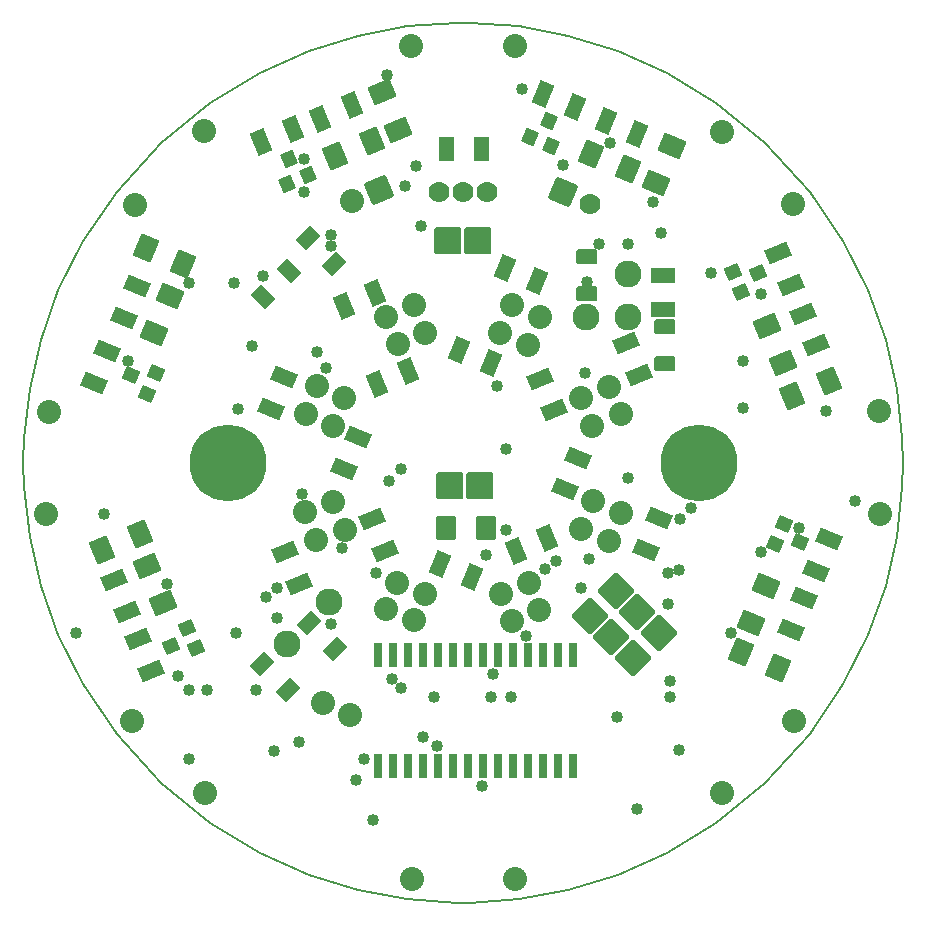
<source format=gbr>
G04 PROTEUS RS274X GERBER FILE*
%FSLAX45Y45*%
%MOMM*%
G01*
%ADD44C,1.016000*%
%AMPPAD058*
4,1,4,
-0.304800,-1.003300,
0.304800,-1.003300,
0.304800,1.003300,
-0.304800,1.003300,
-0.304800,-1.003300,
0*%
%ADD64PPAD058*%
%ADD20C,2.032000*%
%AMPPAD059*
4,1,4,
-0.695660,0.975470,
-1.181670,-0.197860,
0.695660,-0.975470,
1.181670,0.197860,
-0.695660,0.975470,
0*%
%ADD65PPAD059*%
%AMPPAD060*
4,1,4,
0.197860,1.181670,
-0.975470,0.695660,
-0.197860,-1.181670,
0.975470,-0.695660,
0.197860,1.181670,
0*%
%ADD66PPAD060*%
%AMPPAD061*
4,1,4,
0.975470,0.695660,
-0.197860,1.181670,
-0.975470,-0.695660,
0.197860,-1.181670,
0.975470,0.695660,
0*%
%ADD67PPAD061*%
%AMPPAD062*
4,1,4,
1.181670,-0.197860,
0.695660,0.975470,
-1.181670,0.197860,
-0.695660,-0.975470,
1.181670,-0.197860,
0*%
%ADD68PPAD062*%
%ADD12C,1.778000*%
%AMPPAD063*
4,1,36,
0.416560,-0.653670,
0.756770,0.167660,
0.764370,0.192620,
0.766840,0.217590,
0.764430,0.241960,
0.757400,0.265130,
0.745990,0.286480,
0.730460,0.305410,
0.711060,0.321320,
0.688030,0.333590,
-0.250630,0.722400,
-0.275590,0.730000,
-0.300550,0.732470,
-0.324920,0.730060,
-0.348090,0.723040,
-0.369440,0.711630,
-0.388380,0.696090,
-0.404290,0.676690,
-0.416560,0.653670,
-0.756770,-0.167660,
-0.764370,-0.192620,
-0.766840,-0.217590,
-0.764430,-0.241960,
-0.757400,-0.265130,
-0.745990,-0.286480,
-0.730460,-0.305410,
-0.711060,-0.321320,
-0.688030,-0.333590,
0.250630,-0.722400,
0.275590,-0.730000,
0.300550,-0.732470,
0.324920,-0.730060,
0.348090,-0.723040,
0.369440,-0.711630,
0.388380,-0.696090,
0.404290,-0.676690,
0.416560,-0.653670,
0*%
%ADD69PPAD063*%
%AMPPAD064*
4,1,36,
0.671360,-1.034140,
1.205970,0.256520,
1.213570,0.281480,
1.216040,0.306450,
1.213630,0.330830,
1.206600,0.353990,
1.195190,0.375340,
1.179660,0.394280,
1.160260,0.410180,
1.137230,0.422460,
-0.505420,1.102870,
-0.530390,1.110470,
-0.555350,1.112940,
-0.579720,1.110530,
-0.602890,1.103500,
-0.624240,1.092100,
-0.643180,1.076560,
-0.659080,1.057160,
-0.671360,1.034140,
-1.205970,-0.256520,
-1.213570,-0.281480,
-1.216040,-0.306450,
-1.213630,-0.330830,
-1.206600,-0.353990,
-1.195190,-0.375340,
-1.179660,-0.394280,
-1.160260,-0.410180,
-1.137230,-0.422460,
0.505420,-1.102870,
0.530390,-1.110470,
0.555350,-1.112940,
0.579720,-1.110530,
0.602890,-1.103500,
0.624240,-1.092100,
0.643180,-1.076560,
0.659080,-1.057160,
0.671360,-1.034140,
0*%
%ADD74PPAD064*%
%AMPPAD065*
4,1,36,
-0.167660,-0.756770,
0.653670,-0.416560,
0.676690,-0.404290,
0.696090,-0.388380,
0.711630,-0.369440,
0.723040,-0.348090,
0.730060,-0.324920,
0.732470,-0.300550,
0.730000,-0.275590,
0.722400,-0.250630,
0.333590,0.688030,
0.321320,0.711060,
0.305410,0.730460,
0.286480,0.745990,
0.265130,0.757400,
0.241960,0.764430,
0.217590,0.766840,
0.192620,0.764370,
0.167660,0.756770,
-0.653670,0.416560,
-0.676690,0.404290,
-0.696090,0.388380,
-0.711630,0.369440,
-0.723040,0.348090,
-0.730060,0.324920,
-0.732470,0.300550,
-0.730000,0.275590,
-0.722400,0.250630,
-0.333590,-0.688030,
-0.321320,-0.711060,
-0.305410,-0.730460,
-0.286480,-0.745990,
-0.265130,-0.757400,
-0.241960,-0.764430,
-0.217590,-0.766840,
-0.192620,-0.764370,
-0.167660,-0.756770,
0*%
%ADD75PPAD065*%
%AMPPAD066*
4,1,36,
-0.653670,-0.416560,
0.167660,-0.756770,
0.192620,-0.764370,
0.217590,-0.766840,
0.241960,-0.764430,
0.265130,-0.757400,
0.286480,-0.745990,
0.305410,-0.730460,
0.321320,-0.711060,
0.333590,-0.688030,
0.722400,0.250630,
0.730000,0.275590,
0.732470,0.300550,
0.730060,0.324920,
0.723040,0.348090,
0.711630,0.369440,
0.696090,0.388380,
0.676690,0.404290,
0.653670,0.416560,
-0.167660,0.756770,
-0.192620,0.764370,
-0.217590,0.766840,
-0.241960,0.764430,
-0.265130,0.757400,
-0.286480,0.745990,
-0.305410,0.730460,
-0.321320,0.711060,
-0.333590,0.688030,
-0.722400,-0.250630,
-0.730000,-0.275590,
-0.732470,-0.300550,
-0.730060,-0.324920,
-0.723040,-0.348090,
-0.711630,-0.369440,
-0.696090,-0.388380,
-0.676690,-0.404290,
-0.653670,-0.416560,
0*%
%ADD76PPAD066*%
%AMPPAD067*
4,1,36,
-0.756770,0.167660,
-0.416560,-0.653670,
-0.404290,-0.676690,
-0.388380,-0.696090,
-0.369440,-0.711630,
-0.348090,-0.723040,
-0.324920,-0.730060,
-0.300550,-0.732470,
-0.275590,-0.730000,
-0.250630,-0.722400,
0.688030,-0.333590,
0.711060,-0.321320,
0.730460,-0.305410,
0.745990,-0.286480,
0.757400,-0.265130,
0.764430,-0.241960,
0.766840,-0.217590,
0.764370,-0.192620,
0.756770,-0.167660,
0.416560,0.653670,
0.404290,0.676690,
0.388380,0.696090,
0.369440,0.711630,
0.348090,0.723040,
0.324920,0.730060,
0.300550,0.732470,
0.275590,0.730000,
0.250630,0.722400,
-0.688030,0.333590,
-0.711060,0.321320,
-0.730460,0.305410,
-0.745990,0.286480,
-0.757400,0.265130,
-0.764430,0.241960,
-0.766840,0.217590,
-0.764370,0.192620,
-0.756770,0.167660,
0*%
%ADD77PPAD067*%
%AMPPAD068*
4,1,36,
-0.256520,-1.205970,
1.034140,-0.671360,
1.057160,-0.659080,
1.076560,-0.643180,
1.092100,-0.624240,
1.103500,-0.602890,
1.110530,-0.579720,
1.112940,-0.555350,
1.110470,-0.530390,
1.102870,-0.505420,
0.422460,1.137230,
0.410180,1.160260,
0.394280,1.179660,
0.375340,1.195190,
0.353990,1.206600,
0.330830,1.213630,
0.306450,1.216040,
0.281480,1.213570,
0.256520,1.205970,
-1.034140,0.671360,
-1.057160,0.659080,
-1.076560,0.643180,
-1.092100,0.624240,
-1.103500,0.602890,
-1.110530,0.579720,
-1.112940,0.555350,
-1.110470,0.530390,
-1.102870,0.505420,
-0.422460,-1.137230,
-0.410180,-1.160260,
-0.394280,-1.179660,
-0.375340,-1.195190,
-0.353990,-1.206600,
-0.330830,-1.213630,
-0.306450,-1.216040,
-0.281480,-1.213570,
-0.256520,-1.205970,
0*%
%ADD78PPAD068*%
%AMPPAD069*
4,1,36,
-1.034140,-0.671360,
0.256520,-1.205970,
0.281480,-1.213570,
0.306450,-1.216040,
0.330830,-1.213630,
0.353990,-1.206600,
0.375340,-1.195190,
0.394280,-1.179660,
0.410180,-1.160260,
0.422460,-1.137230,
1.102870,0.505420,
1.110470,0.530390,
1.112940,0.555350,
1.110530,0.579720,
1.103500,0.602890,
1.092100,0.624240,
1.076560,0.643180,
1.057160,0.659080,
1.034140,0.671360,
-0.256520,1.205970,
-0.281480,1.213570,
-0.306450,1.216040,
-0.330830,1.213630,
-0.353990,1.206600,
-0.375340,1.195190,
-0.394280,1.179660,
-0.410180,1.160260,
-0.422460,1.137230,
-1.102870,-0.505420,
-1.110470,-0.530390,
-1.112940,-0.555350,
-1.110530,-0.579720,
-1.103500,-0.602890,
-1.092100,-0.624240,
-1.076560,-0.643180,
-1.057160,-0.659080,
-1.034140,-0.671360,
0*%
%ADD79PPAD069*%
%AMPPAD070*
4,1,36,
-1.205970,0.256520,
-0.671360,-1.034140,
-0.659080,-1.057160,
-0.643180,-1.076560,
-0.624240,-1.092100,
-0.602890,-1.103500,
-0.579720,-1.110530,
-0.555350,-1.112940,
-0.530390,-1.110470,
-0.505420,-1.102870,
1.137230,-0.422460,
1.160260,-0.410180,
1.179660,-0.394280,
1.195190,-0.375340,
1.206600,-0.353990,
1.213630,-0.330830,
1.216040,-0.306450,
1.213570,-0.281480,
1.205970,-0.256520,
0.671360,1.034140,
0.659080,1.057160,
0.643180,1.076560,
0.624240,1.092100,
0.602890,1.103500,
0.579720,1.110530,
0.555350,1.112940,
0.530390,1.110470,
0.505420,1.102870,
-1.137230,0.422460,
-1.160260,0.410180,
-1.179660,0.394280,
-1.195190,0.375340,
-1.206600,0.353990,
-1.213630,0.330830,
-1.216040,0.306450,
-1.213570,0.281480,
-1.205970,0.256520,
0*%
%ADD80PPAD070*%
%AMPPAD071*
4,1,4,
0.635000,1.016000,
-0.635000,1.016000,
-0.635000,-1.016000,
0.635000,-1.016000,
0.635000,1.016000,
0*%
%ADD81PPAD071*%
%AMPPAD043*
4,1,36,
-1.016000,1.143000,
1.016000,1.143000,
1.041970,1.140470,
1.065980,1.133200,
1.087580,1.121650,
1.106290,1.106290,
1.121650,1.087570,
1.133200,1.065980,
1.140470,1.041970,
1.143000,1.016000,
1.143000,-1.016000,
1.140470,-1.041970,
1.133200,-1.065980,
1.121650,-1.087570,
1.106290,-1.106290,
1.087580,-1.121650,
1.065980,-1.133200,
1.041970,-1.140470,
1.016000,-1.143000,
-1.016000,-1.143000,
-1.041970,-1.140470,
-1.065980,-1.133200,
-1.087580,-1.121650,
-1.106290,-1.106290,
-1.121650,-1.087570,
-1.133200,-1.065980,
-1.140470,-1.041970,
-1.143000,-1.016000,
-1.143000,1.016000,
-1.140470,1.041970,
-1.133200,1.065980,
-1.121650,1.087570,
-1.106290,1.106290,
-1.087580,1.121650,
-1.065980,1.133200,
-1.041970,1.140470,
-1.016000,1.143000,
0*%
%ADD49PPAD043*%
%AMPPAD044*
4,1,36,
0.089800,1.526640,
1.526640,0.089800,
1.543220,0.069650,
1.555060,0.047530,
1.562160,0.024090,
1.564530,0.000000,
1.562150,-0.024100,
1.555060,-0.047530,
1.543220,-0.069650,
1.526640,-0.089800,
0.089800,-1.526640,
0.069650,-1.543220,
0.047530,-1.555060,
0.024100,-1.562150,
0.000000,-1.564530,
-0.024090,-1.562160,
-0.047530,-1.555060,
-0.069650,-1.543220,
-0.089800,-1.526640,
-1.526640,-0.089800,
-1.543220,-0.069650,
-1.555060,-0.047530,
-1.562160,-0.024090,
-1.564530,0.000000,
-1.562150,0.024100,
-1.555060,0.047530,
-1.543220,0.069650,
-1.526640,0.089800,
-0.089800,1.526640,
-0.069650,1.543220,
-0.047530,1.555060,
-0.024100,1.562150,
0.000000,1.564530,
0.024090,1.562160,
0.047530,1.555060,
0.069650,1.543220,
0.089800,1.526640,
0*%
%ADD50PPAD044*%
%ADD51C,2.286000*%
%AMPPAD072*
4,1,36,
0.269410,-0.987830,
0.987830,-0.269410,
1.004400,-0.249260,
1.016240,-0.227140,
1.023350,-0.203700,
1.025710,-0.179610,
1.023340,-0.155510,
1.016240,-0.132070,
1.004400,-0.109960,
0.987830,-0.089800,
-0.089800,0.987830,
-0.109960,1.004400,
-0.132070,1.016240,
-0.155510,1.023340,
-0.179610,1.025710,
-0.203700,1.023350,
-0.227140,1.016240,
-0.249260,1.004400,
-0.269410,0.987830,
-0.987830,0.269410,
-1.004400,0.249260,
-1.016240,0.227140,
-1.023350,0.203700,
-1.025710,0.179610,
-1.023340,0.155510,
-1.016240,0.132070,
-1.004400,0.109960,
-0.987830,0.089800,
0.089800,-0.987830,
0.109960,-1.004400,
0.132070,-1.016240,
0.155510,-1.023340,
0.179610,-1.025710,
0.203700,-1.023350,
0.227140,-1.016240,
0.249260,-1.004400,
0.269410,-0.987830,
0*%
%ADD82PPAD072*%
%AMPPAD073*
4,1,36,
0.987830,0.269410,
0.269410,0.987830,
0.249260,1.004400,
0.227140,1.016240,
0.203700,1.023350,
0.179610,1.025710,
0.155510,1.023340,
0.132070,1.016240,
0.109960,1.004400,
0.089800,0.987830,
-0.987830,-0.089800,
-1.004400,-0.109960,
-1.016240,-0.132070,
-1.023340,-0.155510,
-1.025710,-0.179610,
-1.023350,-0.203700,
-1.016240,-0.227140,
-1.004400,-0.249260,
-0.987830,-0.269410,
-0.269410,-0.987830,
-0.249260,-1.004400,
-0.227140,-1.016240,
-0.203700,-1.023350,
-0.179610,-1.025710,
-0.155510,-1.023340,
-0.132070,-1.016240,
-0.109960,-1.004400,
-0.089800,-0.987830,
0.987830,0.089800,
1.004400,0.109960,
1.016240,0.132070,
1.023340,0.155510,
1.025710,0.179610,
1.023350,0.203700,
1.016240,0.227140,
1.004400,0.249260,
0.987830,0.269410,
0*%
%ADD83PPAD073*%
%AMPPAD050*
4,1,48,
-1.092800,-0.647060,
0.315190,-1.230270,
0.340070,-1.239190,
0.365100,-1.245470,
0.390140,-1.249190,
0.439640,-1.249200,
0.487330,-1.239700,
0.532010,-1.221190,
0.572440,-1.194190,
0.607440,-1.159180,
0.622520,-1.138850,
0.635770,-1.116700,
0.647060,-1.092800,
1.230270,0.315190,
1.239190,0.340070,
1.245470,0.365100,
1.249190,0.390140,
1.249190,0.439640,
1.239700,0.487320,
1.221200,0.532000,
1.194190,0.572450,
1.159180,0.607440,
1.138850,0.622520,
1.116700,0.635770,
1.092800,0.647060,
-0.315190,1.230270,
-0.340070,1.239190,
-0.365100,1.245470,
-0.390140,1.249190,
-0.439640,1.249200,
-0.487330,1.239700,
-0.532010,1.221190,
-0.572440,1.194190,
-0.607440,1.159180,
-0.622520,1.138850,
-0.635770,1.116700,
-0.647060,1.092800,
-1.230270,-0.315190,
-1.239190,-0.340070,
-1.245470,-0.365100,
-1.249190,-0.390140,
-1.249190,-0.439640,
-1.239700,-0.487320,
-1.221200,-0.532000,
-1.194190,-0.572450,
-1.159180,-0.607440,
-1.138850,-0.622520,
-1.116700,-0.635770,
-1.092800,-0.647060,
0*%
%ADD56PPAD050*%
%AMPPAD051*
4,1,48,
0.315190,1.230270,
-1.092800,0.647060,
-1.116700,0.635770,
-1.138850,0.622520,
-1.159180,0.607440,
-1.194190,0.572450,
-1.221200,0.532000,
-1.239700,0.487320,
-1.249190,0.439640,
-1.249190,0.390140,
-1.245470,0.365100,
-1.239190,0.340070,
-1.230270,0.315190,
-0.647060,-1.092800,
-0.635770,-1.116700,
-0.622520,-1.138850,
-0.607440,-1.159180,
-0.572440,-1.194190,
-0.532010,-1.221190,
-0.487330,-1.239700,
-0.439640,-1.249200,
-0.390140,-1.249190,
-0.365100,-1.245470,
-0.340070,-1.239190,
-0.315190,-1.230270,
1.092800,-0.647060,
1.116700,-0.635770,
1.138850,-0.622520,
1.159180,-0.607440,
1.194190,-0.572450,
1.221200,-0.532000,
1.239700,-0.487320,
1.249190,-0.439640,
1.249190,-0.390140,
1.245470,-0.365100,
1.239190,-0.340070,
1.230270,-0.315190,
0.647060,1.092800,
0.635770,1.116700,
0.622520,1.138850,
0.607440,1.159180,
0.572440,1.194190,
0.532010,1.221190,
0.487330,1.239700,
0.439640,1.249200,
0.390140,1.249190,
0.365100,1.245470,
0.340070,1.239190,
0.315190,1.230270,
0*%
%ADD57PPAD051*%
%AMPPAD074*
4,1,36,
-0.889000,0.508000,
-0.889000,-0.508000,
-0.886470,-0.533970,
-0.879200,-0.557980,
-0.867650,-0.579580,
-0.852290,-0.598290,
-0.833570,-0.613650,
-0.811980,-0.625200,
-0.787970,-0.632470,
-0.762000,-0.635000,
0.762000,-0.635000,
0.787970,-0.632470,
0.811980,-0.625200,
0.833570,-0.613650,
0.852290,-0.598290,
0.867650,-0.579580,
0.879200,-0.557980,
0.886470,-0.533970,
0.889000,-0.508000,
0.889000,0.508000,
0.886470,0.533970,
0.879200,0.557980,
0.867650,0.579580,
0.852290,0.598290,
0.833570,0.613650,
0.811980,0.625200,
0.787970,0.632470,
0.762000,0.635000,
-0.762000,0.635000,
-0.787970,0.632470,
-0.811980,0.625200,
-0.833570,0.613650,
-0.852290,0.598290,
-0.867650,0.579580,
-0.879200,0.557980,
-0.886470,0.533970,
-0.889000,0.508000,
0*%
%ADD84PPAD074*%
%AMPPAD075*
4,1,4,
1.016000,-0.635000,
1.016000,0.635000,
-1.016000,0.635000,
-1.016000,-0.635000,
1.016000,-0.635000,
0*%
%ADD85PPAD075*%
%AMPPAD076*
4,1,36,
0.698500,1.016000,
-0.698500,1.016000,
-0.724470,1.013470,
-0.748480,1.006200,
-0.770080,0.994650,
-0.788790,0.979290,
-0.804150,0.960570,
-0.815700,0.938980,
-0.822970,0.914970,
-0.825500,0.889000,
-0.825500,-0.889000,
-0.822970,-0.914970,
-0.815700,-0.938980,
-0.804150,-0.960570,
-0.788790,-0.979290,
-0.770080,-0.994650,
-0.748480,-1.006200,
-0.724470,-1.013470,
-0.698500,-1.016000,
0.698500,-1.016000,
0.724470,-1.013470,
0.748480,-1.006200,
0.770080,-0.994650,
0.788790,-0.979290,
0.804150,-0.960570,
0.815700,-0.938980,
0.822970,-0.914970,
0.825500,-0.889000,
0.825500,0.889000,
0.822970,0.914970,
0.815700,0.938980,
0.804150,0.960570,
0.788790,0.979290,
0.770080,0.994650,
0.748480,1.006200,
0.724470,1.013470,
0.698500,1.016000,
0*%
%ADD86PPAD076*%
%ADD63C,6.508000*%
%ADD31C,0.203200*%
D44*
X+533400Y-1463040D03*
X+3078480Y+441960D03*
X-3032760Y-426720D03*
X+853440Y+2529840D03*
X+1249680Y+2712720D03*
X+1158240Y+1859280D03*
X+1402080Y+1859280D03*
X+1478280Y-2926080D03*
X+2377440Y+868680D03*
X-838200Y-2499360D03*
X-1341120Y+2575560D03*
X-899160Y-2682240D03*
X+502920Y+3169920D03*
X+1310640Y-2148840D03*
X+289560Y+655320D03*
X+792480Y-822960D03*
X-350520Y+2011680D03*
X-1112520Y+1935480D03*
X+1737360Y-1188720D03*
X+2270760Y-1432560D03*
X-2316480Y+1524000D03*
X-1386840Y-2362200D03*
X-213360Y-2392680D03*
X-2407920Y-1798320D03*
X-243840Y-1981200D03*
X+1402080Y-121920D03*
X-1600200Y-2438400D03*
X-1234440Y+944880D03*
X-1905000Y+457200D03*
X-640080Y+3291840D03*
X+198120Y-777240D03*
X-1569720Y-1310640D03*
X-1569720Y-1051560D03*
X+243840Y-1981200D03*
X+167640Y-2727960D03*
X-594360Y-1828800D03*
X+1036320Y+767080D03*
X+2849880Y-548640D03*
X+259080Y-1783080D03*
X+1828800Y-2423160D03*
X-335280Y-2316480D03*
X-1752600Y-1920240D03*
X-1691640Y+1584960D03*
X-1112520Y-1356360D03*
X-518160Y-1905000D03*
X-2834640Y+868680D03*
X-487680Y+2346960D03*
X+411480Y-1981200D03*
X+1066800Y-807720D03*
X+365760Y+121920D03*
X+3322320Y-320040D03*
X-762000Y-3017520D03*
X-2316480Y-2499360D03*
X-3276600Y-1432560D03*
X-2499360Y-1021080D03*
X-1783080Y+990600D03*
X+701040Y-891540D03*
X+365760Y-563880D03*
X-1021080Y-716280D03*
X-1356360Y-259080D03*
X+1005840Y-1051560D03*
X+1752600Y-1981200D03*
X+1935480Y-381000D03*
X+1752600Y-1844040D03*
X-731520Y-929640D03*
X-624840Y-152400D03*
X+1828800Y-899160D03*
X+1844040Y-472440D03*
X+1676400Y+1950720D03*
X-518160Y-45720D03*
X-2316480Y-1920240D03*
X-2164080Y-1920240D03*
X+1615440Y+2209800D03*
X+2529840Y-746760D03*
X-1920240Y-1432560D03*
X+2377440Y+472440D03*
X+2103120Y+1615440D03*
X-1341120Y+2301240D03*
X-396240Y+2514600D03*
X-1935480Y+1524000D03*
X-1661160Y-1127760D03*
X-1158240Y+807720D03*
X-1112520Y+1844040D03*
X+1737360Y-929640D03*
X+1051560Y+1539240D03*
X+2530000Y+1430000D03*
D64*
X+932000Y-2560000D03*
X+805000Y-2560000D03*
X+678000Y-2560000D03*
X+551000Y-2560000D03*
X+424000Y-2560000D03*
X+297000Y-2560000D03*
X+170000Y-2560000D03*
X+43000Y-2560000D03*
X-84000Y-2560000D03*
X-211000Y-2560000D03*
X-338000Y-2560000D03*
X-465000Y-2560000D03*
X-592000Y-2560000D03*
X-719000Y-2560000D03*
X-719000Y-1620000D03*
X-592000Y-1620000D03*
X-465000Y-1620000D03*
X-338000Y-1620000D03*
X-211000Y-1620000D03*
X-84000Y-1620000D03*
X+43000Y-1620000D03*
X+170000Y-1620000D03*
X+297000Y-1620000D03*
X+424000Y-1620000D03*
X+551000Y-1620000D03*
X+678000Y-1620000D03*
X+805000Y-1620000D03*
X+932000Y-1620000D03*
D20*
X-1330000Y+420000D03*
X-1232798Y+654665D03*
X-1100000Y+320000D03*
X-1002798Y+554665D03*
D65*
X-1510000Y+730000D03*
X-1620978Y+462075D03*
X-890000Y+220000D03*
X-1000978Y-47925D03*
D20*
X-650000Y+1240000D03*
X-415335Y+1337202D03*
X-550000Y+1010000D03*
X-315335Y+1107202D03*
X+420000Y+1340000D03*
X+654665Y+1242798D03*
X+320000Y+1100000D03*
X+554665Y+1002798D03*
X+1240000Y+650000D03*
X+1337202Y+415335D03*
X+1000000Y+550000D03*
X+1097202Y+315335D03*
X+1340000Y-420000D03*
X+1242798Y-654665D03*
X+1100000Y-320000D03*
X+1002798Y-554665D03*
X+650000Y-1240000D03*
X+415335Y-1337202D03*
X+560000Y-1010000D03*
X+325335Y-1107202D03*
X-410000Y-1330000D03*
X-644665Y-1232798D03*
X-320000Y-1110000D03*
X-554665Y-1012798D03*
X-1240000Y-650000D03*
X-1337202Y-415335D03*
X-1000000Y-560000D03*
X-1097202Y-325335D03*
D66*
X-740000Y+1440000D03*
X-1007925Y+1329022D03*
X-460000Y+780000D03*
X-727925Y+669022D03*
D67*
X+630000Y+1540000D03*
X+362075Y+1650978D03*
X+240000Y+850000D03*
X-27925Y+960978D03*
D68*
X+1490000Y+750000D03*
X+1379022Y+1017925D03*
X+770000Y+450000D03*
X+659022Y+717925D03*
D65*
X+1550000Y-730000D03*
X+1660978Y-462075D03*
X+870000Y-220000D03*
X+980978Y+47925D03*
D66*
X+450000Y-740000D03*
X+717925Y-629022D03*
D67*
X-187925Y-849022D03*
X+80000Y-960000D03*
D68*
X-1500000Y-750000D03*
X-1389022Y-1017925D03*
X-770000Y-470000D03*
X-659022Y-737925D03*
D12*
X+203200Y+2300000D03*
X+0Y+2300000D03*
X-203200Y+2300000D03*
D20*
X-3501235Y+435864D03*
X-2774137Y+2191235D03*
X-2190000Y+2810001D03*
X-434628Y+3537099D03*
X+440000Y+3530000D03*
X+2195371Y+2802902D03*
X+2800001Y+2200000D03*
X+3527099Y+444628D03*
X+3529999Y-430001D03*
X+2802901Y-2185372D03*
X+2200000Y-2790000D03*
X+444628Y-3517098D03*
X-430000Y-3520000D03*
X-2185371Y-2792902D03*
X-2800001Y-2180000D03*
X-3527099Y-424628D03*
D65*
X-2760000Y+1500000D03*
X-2870978Y+1232075D03*
X-3010000Y+950000D03*
X-3120978Y+682075D03*
D69*
X-2810000Y+750000D03*
X-2598036Y+763925D03*
X-2669966Y+590273D03*
D74*
X-2610000Y+1100000D03*
X-2479888Y+1414119D03*
D66*
X-940000Y+3030000D03*
X-1207925Y+2919022D03*
X-1440000Y+2830000D03*
X-1707925Y+2719022D03*
D67*
X+1480000Y+2790000D03*
X+1212075Y+2900978D03*
X+950000Y+3020000D03*
X+682075Y+3130978D03*
D68*
X+2990000Y+1000000D03*
X+2879022Y+1267925D03*
X+2780000Y+1510000D03*
X+2669022Y+1777925D03*
D65*
X+2780000Y-1410000D03*
X+2890978Y-1142075D03*
X+2990000Y-910000D03*
X+3100978Y-642075D03*
D68*
X-2950000Y-990000D03*
X-2839022Y-1257925D03*
X-2750000Y-1490000D03*
X-2639022Y-1757925D03*
D75*
X-1470000Y+2580000D03*
X-1310273Y+2439966D03*
X-1483925Y+2368036D03*
D76*
X+730000Y+2900000D03*
X+743925Y+2688036D03*
X+570273Y+2759966D03*
D77*
X+2500000Y+1610000D03*
X+2359966Y+1450273D03*
X+2288036Y+1623925D03*
D69*
X+2860000Y-670000D03*
X+2648036Y-683925D03*
X+2719966Y-510273D03*
D77*
X-2470000Y-1550000D03*
X-2329966Y-1390273D03*
X-2258036Y-1563925D03*
D78*
X-1080000Y+2600000D03*
X-765881Y+2730112D03*
D79*
X+1090000Y+2620000D03*
X+1404119Y+2489888D03*
D80*
X+2580000Y+1160000D03*
X+2710112Y+845881D03*
D74*
X+2570000Y-1040000D03*
X+2439888Y-1354119D03*
D80*
X-2540000Y-1180000D03*
X-2670112Y-865881D03*
D81*
X+160000Y+2660000D03*
X-130000Y+2660000D03*
D49*
X-124000Y+1880000D03*
X+130000Y+1880000D03*
D50*
X+1300000Y-1080000D03*
X+1479605Y-1259605D03*
X+1659210Y-1439210D03*
D20*
X-1184666Y-2032798D03*
X-950000Y-2130000D03*
D51*
X+1040790Y+1240000D03*
X+1400000Y+1599210D03*
X+1400000Y+1240000D03*
D82*
X-1690000Y+1410000D03*
X-1467290Y+1632710D03*
D83*
X-1086124Y+1688645D03*
X-1308835Y+1911356D03*
D51*
X-1130000Y-1170000D03*
X-1489210Y-1529210D03*
D50*
X+1080000Y-1290000D03*
X+1259605Y-1469605D03*
X+1439210Y-1649210D03*
D83*
X-1077290Y-1572710D03*
X-1300000Y-1350000D03*
X-1477290Y-1922710D03*
X-1700000Y-1700000D03*
D49*
X-104700Y-193100D03*
X+149300Y-193100D03*
D79*
X-2680000Y+1820000D03*
X-2365881Y+1689888D03*
D80*
X-680000Y+3140000D03*
X-549888Y+2825881D03*
D74*
X+1770000Y+2690000D03*
X+1639888Y+2375881D03*
D78*
X+3100000Y+700000D03*
X+2785881Y+569888D03*
D79*
X+2670000Y-1730000D03*
X+2355881Y-1599888D03*
D78*
X-3050000Y-730000D03*
X-2735881Y-599888D03*
D56*
X+849030Y+2295670D03*
D12*
X+1080000Y+2200000D03*
D57*
X-704515Y+2317835D03*
D20*
X-935485Y+2222165D03*
D84*
X+1050000Y+1750000D03*
X+1050000Y+1435040D03*
D85*
X+1700000Y+1300000D03*
X+1700000Y+1590000D03*
D86*
X+200000Y-550000D03*
X-140000Y-550000D03*
D84*
X+1710000Y+840000D03*
X+1710000Y+1154960D03*
D63*
X-1990000Y+0D03*
X+2000000Y+0D03*
D31*
X+3730000Y+5000D02*
X+3724161Y+213494D01*
X+3677111Y+630483D01*
X+3581154Y+1047472D01*
X+3432185Y+1464461D01*
X+3222850Y+1881450D01*
X+2940262Y+2298439D01*
X+2562518Y+2713270D01*
X+2145529Y+3053567D01*
X+1728540Y+3307277D01*
X+1311551Y+3493345D01*
X+894562Y+3622223D01*
X+477573Y+3699902D01*
X+60584Y+3729585D01*
X+5000Y+3730000D01*
X-3720000Y+5000D02*
X-3714161Y+213494D01*
X-3667111Y+630483D01*
X-3571154Y+1047472D01*
X-3422185Y+1464461D01*
X-3212850Y+1881450D01*
X-2930262Y+2298439D01*
X-2552518Y+2713270D01*
X-2135529Y+3053567D01*
X-1718540Y+3307277D01*
X-1301551Y+3493345D01*
X-884562Y+3622223D01*
X-467573Y+3699902D01*
X-50584Y+3729585D01*
X+5000Y+3730000D01*
X-3720000Y+5000D02*
X-3714161Y-203494D01*
X-3667111Y-620483D01*
X-3571154Y-1037472D01*
X-3422185Y-1454461D01*
X-3212850Y-1871450D01*
X-2930262Y-2288439D01*
X-2552518Y-2703270D01*
X-2135529Y-3043567D01*
X-1718540Y-3297277D01*
X-1301551Y-3483345D01*
X-884562Y-3612223D01*
X-467573Y-3689902D01*
X-50584Y-3719585D01*
X+5000Y-3720000D01*
X+3730000Y+5000D02*
X+3724161Y-203494D01*
X+3677111Y-620483D01*
X+3581154Y-1037472D01*
X+3432185Y-1454461D01*
X+3222850Y-1871450D01*
X+2940262Y-2288439D01*
X+2562518Y-2703270D01*
X+2145529Y-3043567D01*
X+1728540Y-3297277D01*
X+1311551Y-3483345D01*
X+894562Y-3612223D01*
X+477573Y-3689902D01*
X+60584Y-3719585D01*
X+5000Y-3720000D01*
M02*

</source>
